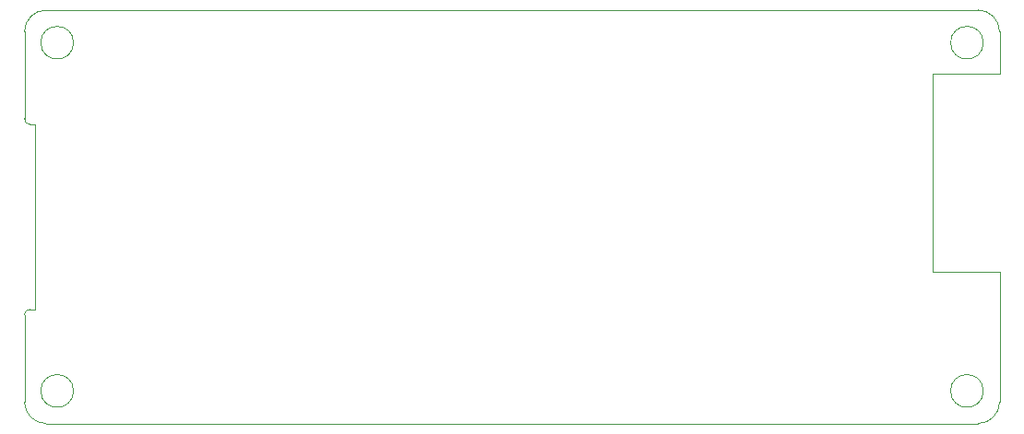
<source format=gko>
G04*
G04 #@! TF.GenerationSoftware,Altium Limited,Altium Designer,18.1.9 (240)*
G04*
G04 Layer_Color=16711935*
%FSLAX25Y25*%
%MOIN*%
G70*
G01*
G75*
%ADD142C,0.00051*%
%ADD143C,0.00050*%
D142*
X-157952Y62992D02*
G03*
X-157952Y62992I-5906J0D01*
G01*
Y-62992D02*
G03*
X-157952Y-62992I-5906J0D01*
G01*
X170788Y62992D02*
G03*
X170788Y62992I-5906J0D01*
G01*
Y-62992D02*
G03*
X170788Y-62992I-5906J0D01*
G01*
X176694Y51801D02*
Y66929D01*
X152559Y51801D02*
X176694D01*
X152559Y-19980D02*
Y51801D01*
Y-19980D02*
X176694D01*
Y-66929D02*
Y-19980D01*
D143*
X-175669Y-66929D02*
G03*
X-167795Y-74803I7874J0D01*
G01*
Y74803D02*
G03*
X-175669Y66929I0J-7874D01*
G01*
X-173700Y-33465D02*
G03*
X-175669Y-35433I0J-1969D01*
G01*
Y35433D02*
G03*
X-173700Y33465I1969J0D01*
G01*
X168820Y-74803D02*
G03*
X176694Y-66929I0J7874D01*
G01*
Y66929D02*
G03*
X168820Y74803I-7874J0D01*
G01*
X-175669Y-66929D02*
Y-35433D01*
X-167795Y-74803D02*
X168820D01*
X-167795Y74803D02*
X168820D01*
X-175669Y35433D02*
Y66929D01*
X-173700Y-33465D02*
X-171732D01*
Y33465D01*
X-173700D02*
X-171732D01*
M02*

</source>
